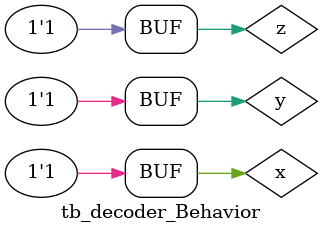
<source format=v>
`timescale 1ns/100ps

module tb_decoder_Behavior;

reg x,y,z;
wire [7:0] out;

m_3x8_decoder_Behavior test_38_decoder_behavior(out,x,y,z);

initial begin
    x=0;y=0;z=0;
    #250 x=0;y=0;z=1;
    #250 x=0;y=1;z=0;
    #250 x=0;y=1;z=1;
    #250 x=1;y=0;z=0;
    #250 x=1;y=0;z=1;
    #250 x=1;y=1;z=0;
    #250 x=1;y=1;z=1;
end

endmodule

</source>
